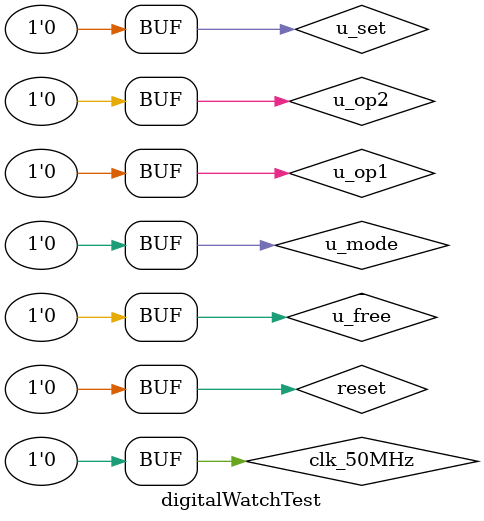
<source format=v>
`timescale 1ns / 1ps


module digitalWatchTest;

	// Inputs
	reg clk_50MHz;
	reg u_mode;
	reg u_set;
	reg u_op1;
	reg u_op2;
	reg u_free;
	reg reset;

	// Outputs
	wire [41:0] display;
	wire isWatch;
	wire isAlarm;
	wire isStop;

	// Instantiate the Unit Under Test (UUT)
	digitalWatch uut (
		.clk_50MHz(clk_50MHz), 
		.u_mode(u_mode), 
		.u_set(u_set), 
		.u_op1(u_op1), 
		.u_op2(u_op2), 
		.u_free(u_free), 
		.reset(reset), 
		.display(display), 
		.isWatch(isWatch), 
		.isAlarm(isAlarm), 
		.isStop(isStop)
	);

	initial begin
		// Initialize Inputs
		clk_50MHz = 0;
		u_mode = 0;
		u_set = 0;
		u_op1 = 0;
		u_op2 = 0;
		u_free = 0;
		reset = 0;

		// Wait 100 ns for global reset to finish
		#100;
        
		// Add stimulus here

	end
      
endmodule


</source>
